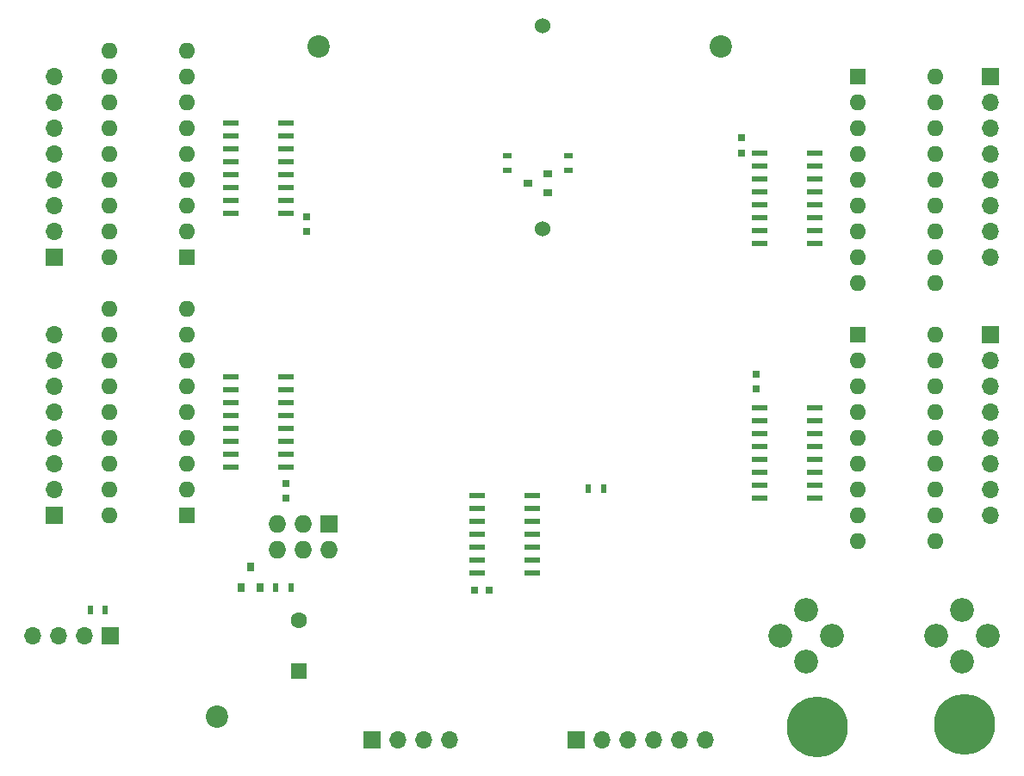
<source format=gbs>
G04 #@! TF.FileFunction,Soldermask,Bot*
%FSLAX46Y46*%
G04 Gerber Fmt 4.6, Leading zero omitted, Abs format (unit mm)*
G04 Created by KiCad (PCBNEW 4.0.2-stable) date 05/04/2017 02:23:03*
%MOMM*%
G01*
G04 APERTURE LIST*
%ADD10C,0.100000*%
%ADD11R,0.750000X0.800000*%
%ADD12R,1.600000X1.600000*%
%ADD13O,1.600000X1.600000*%
%ADD14R,0.800000X0.750000*%
%ADD15R,0.800000X0.900000*%
%ADD16R,0.900000X0.800000*%
%ADD17R,1.500000X0.600000*%
%ADD18R,1.700000X1.700000*%
%ADD19O,1.700000X1.700000*%
%ADD20R,0.500000X0.900000*%
%ADD21R,0.900000X0.500000*%
%ADD22R,1.727200X1.727200*%
%ADD23O,1.727200X1.727200*%
%ADD24C,2.350000*%
%ADD25C,1.600000*%
%ADD26C,5.999480*%
%ADD27C,2.200000*%
%ADD28C,1.524000*%
G04 APERTURE END LIST*
D10*
D11*
X130750000Y-101000000D03*
X130750000Y-102500000D03*
D12*
X187000000Y-86360000D03*
D13*
X194620000Y-106680000D03*
X187000000Y-88900000D03*
X194620000Y-104140000D03*
X187000000Y-91440000D03*
X194620000Y-101600000D03*
X187000000Y-93980000D03*
X194620000Y-99060000D03*
X187000000Y-96520000D03*
X194620000Y-96520000D03*
X187000000Y-99060000D03*
X194620000Y-93980000D03*
X187000000Y-101600000D03*
X194620000Y-91440000D03*
X187000000Y-104140000D03*
X194620000Y-88900000D03*
X187000000Y-106680000D03*
X194620000Y-86360000D03*
D14*
X149250000Y-111500000D03*
X150750000Y-111500000D03*
D11*
X132750000Y-74750000D03*
X132750000Y-76250000D03*
D15*
X128200000Y-111250000D03*
X126300000Y-111250000D03*
X127250000Y-109250000D03*
D16*
X156500000Y-70550000D03*
X156500000Y-72450000D03*
X154500000Y-71500000D03*
D17*
X149550000Y-109810000D03*
X149550000Y-108540000D03*
X149550000Y-107270000D03*
X149550000Y-106000000D03*
X149550000Y-104730000D03*
X149550000Y-103460000D03*
X149550000Y-102190000D03*
X154950000Y-102190000D03*
X154950000Y-103460000D03*
X154950000Y-104730000D03*
X154950000Y-106000000D03*
X154950000Y-107270000D03*
X154950000Y-108540000D03*
X154950000Y-109810000D03*
D18*
X108000000Y-104140000D03*
D19*
X108000000Y-101600000D03*
X108000000Y-99060000D03*
X108000000Y-96520000D03*
X108000000Y-93980000D03*
X108000000Y-91440000D03*
X108000000Y-88900000D03*
X108000000Y-86360000D03*
D18*
X108000000Y-78740000D03*
D19*
X108000000Y-76200000D03*
X108000000Y-73660000D03*
X108000000Y-71120000D03*
X108000000Y-68580000D03*
X108000000Y-66040000D03*
X108000000Y-63500000D03*
X108000000Y-60960000D03*
D18*
X200000000Y-60960000D03*
D19*
X200000000Y-63500000D03*
X200000000Y-66040000D03*
X200000000Y-68580000D03*
X200000000Y-71120000D03*
X200000000Y-73660000D03*
X200000000Y-76200000D03*
X200000000Y-78740000D03*
D18*
X200000000Y-86360000D03*
D19*
X200000000Y-88900000D03*
X200000000Y-91440000D03*
X200000000Y-93980000D03*
X200000000Y-96520000D03*
X200000000Y-99060000D03*
X200000000Y-101600000D03*
X200000000Y-104140000D03*
D20*
X131250000Y-111250000D03*
X129750000Y-111250000D03*
X111500000Y-113500000D03*
X113000000Y-113500000D03*
X160500000Y-101500000D03*
X162000000Y-101500000D03*
D21*
X158500000Y-68750000D03*
X158500000Y-70250000D03*
X152500000Y-70250000D03*
X152500000Y-68750000D03*
D17*
X125300000Y-74445000D03*
X125300000Y-73175000D03*
X125300000Y-71905000D03*
X125300000Y-70635000D03*
X125300000Y-69365000D03*
X125300000Y-68095000D03*
X125300000Y-66825000D03*
X125300000Y-65555000D03*
X130700000Y-65555000D03*
X130700000Y-66825000D03*
X130700000Y-68095000D03*
X130700000Y-69365000D03*
X130700000Y-70635000D03*
X130700000Y-71905000D03*
X130700000Y-73175000D03*
X130700000Y-74445000D03*
X125300000Y-99445000D03*
X125300000Y-98175000D03*
X125300000Y-96905000D03*
X125300000Y-95635000D03*
X125300000Y-94365000D03*
X125300000Y-93095000D03*
X125300000Y-91825000D03*
X125300000Y-90555000D03*
X130700000Y-90555000D03*
X130700000Y-91825000D03*
X130700000Y-93095000D03*
X130700000Y-94365000D03*
X130700000Y-95635000D03*
X130700000Y-96905000D03*
X130700000Y-98175000D03*
X130700000Y-99445000D03*
X182700000Y-68555000D03*
X182700000Y-69825000D03*
X182700000Y-71095000D03*
X182700000Y-72365000D03*
X182700000Y-73635000D03*
X182700000Y-74905000D03*
X182700000Y-76175000D03*
X182700000Y-77445000D03*
X177300000Y-77445000D03*
X177300000Y-76175000D03*
X177300000Y-74905000D03*
X177300000Y-73635000D03*
X177300000Y-72365000D03*
X177300000Y-71095000D03*
X177300000Y-69825000D03*
X177300000Y-68555000D03*
X182700000Y-93555000D03*
X182700000Y-94825000D03*
X182700000Y-96095000D03*
X182700000Y-97365000D03*
X182700000Y-98635000D03*
X182700000Y-99905000D03*
X182700000Y-101175000D03*
X182700000Y-102445000D03*
X177300000Y-102445000D03*
X177300000Y-101175000D03*
X177300000Y-99905000D03*
X177300000Y-98635000D03*
X177300000Y-97365000D03*
X177300000Y-96095000D03*
X177300000Y-94825000D03*
X177300000Y-93555000D03*
D12*
X121000000Y-104140000D03*
D13*
X113380000Y-83820000D03*
X121000000Y-101600000D03*
X113380000Y-86360000D03*
X121000000Y-99060000D03*
X113380000Y-88900000D03*
X121000000Y-96520000D03*
X113380000Y-91440000D03*
X121000000Y-93980000D03*
X113380000Y-93980000D03*
X121000000Y-91440000D03*
X113380000Y-96520000D03*
X121000000Y-88900000D03*
X113380000Y-99060000D03*
X121000000Y-86360000D03*
X113380000Y-101600000D03*
X121000000Y-83820000D03*
X113380000Y-104140000D03*
D12*
X121000000Y-78740000D03*
D13*
X113380000Y-58420000D03*
X121000000Y-76200000D03*
X113380000Y-60960000D03*
X121000000Y-73660000D03*
X113380000Y-63500000D03*
X121000000Y-71120000D03*
X113380000Y-66040000D03*
X121000000Y-68580000D03*
X113380000Y-68580000D03*
X121000000Y-66040000D03*
X113380000Y-71120000D03*
X121000000Y-63500000D03*
X113380000Y-73660000D03*
X121000000Y-60960000D03*
X113380000Y-76200000D03*
X121000000Y-58420000D03*
X113380000Y-78740000D03*
D12*
X187000000Y-60960000D03*
D13*
X194620000Y-81280000D03*
X187000000Y-63500000D03*
X194620000Y-78740000D03*
X187000000Y-66040000D03*
X194620000Y-76200000D03*
X187000000Y-68580000D03*
X194620000Y-73660000D03*
X187000000Y-71120000D03*
X194620000Y-71120000D03*
X187000000Y-73660000D03*
X194620000Y-68580000D03*
X187000000Y-76200000D03*
X194620000Y-66040000D03*
X187000000Y-78740000D03*
X194620000Y-63500000D03*
X187000000Y-81280000D03*
X194620000Y-60960000D03*
D18*
X113500000Y-116000000D03*
D19*
X110960000Y-116000000D03*
X108420000Y-116000000D03*
X105880000Y-116000000D03*
D18*
X159250000Y-126250000D03*
D19*
X161790000Y-126250000D03*
X164330000Y-126250000D03*
X166870000Y-126250000D03*
X169410000Y-126250000D03*
X171950000Y-126250000D03*
D22*
X135000000Y-105000000D03*
D23*
X135000000Y-107540000D03*
X132460000Y-105000000D03*
X132460000Y-107540000D03*
X129920000Y-105000000D03*
X129920000Y-107540000D03*
D24*
X184430000Y-116000000D03*
X179350000Y-116000000D03*
X194670000Y-116000000D03*
X199750000Y-116000000D03*
X181890000Y-118540000D03*
X181890000Y-113460000D03*
X197210000Y-118540000D03*
X197210000Y-113460000D03*
D11*
X175500000Y-68500000D03*
X175500000Y-67000000D03*
X177000000Y-91750000D03*
X177000000Y-90250000D03*
D12*
X132000000Y-119500000D03*
D25*
X132000000Y-114500000D03*
D18*
X139250000Y-126250000D03*
D19*
X141790000Y-126250000D03*
X144330000Y-126250000D03*
X146870000Y-126250000D03*
D26*
X197500000Y-124750000D03*
X183000000Y-125000000D03*
D27*
X134000000Y-58000000D03*
X173500000Y-58000000D03*
X124000000Y-124000000D03*
D28*
X156000000Y-76000000D03*
X156000000Y-56000000D03*
M02*

</source>
